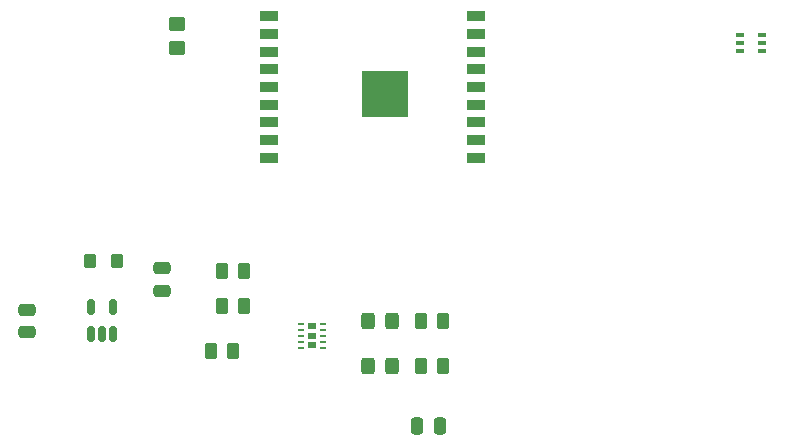
<source format=gtp>
G04 #@! TF.GenerationSoftware,KiCad,Pcbnew,7.0.10*
G04 #@! TF.CreationDate,2024-04-08T00:43:02-04:00*
G04 #@! TF.ProjectId,JokerIteration1,4a6f6b65-7249-4746-9572-6174696f6e31,rev?*
G04 #@! TF.SameCoordinates,Original*
G04 #@! TF.FileFunction,Paste,Top*
G04 #@! TF.FilePolarity,Positive*
%FSLAX46Y46*%
G04 Gerber Fmt 4.6, Leading zero omitted, Abs format (unit mm)*
G04 Created by KiCad (PCBNEW 7.0.10) date 2024-04-08 00:43:02*
%MOMM*%
%LPD*%
G01*
G04 APERTURE LIST*
G04 Aperture macros list*
%AMRoundRect*
0 Rectangle with rounded corners*
0 $1 Rounding radius*
0 $2 $3 $4 $5 $6 $7 $8 $9 X,Y pos of 4 corners*
0 Add a 4 corners polygon primitive as box body*
4,1,4,$2,$3,$4,$5,$6,$7,$8,$9,$2,$3,0*
0 Add four circle primitives for the rounded corners*
1,1,$1+$1,$2,$3*
1,1,$1+$1,$4,$5*
1,1,$1+$1,$6,$7*
1,1,$1+$1,$8,$9*
0 Add four rect primitives between the rounded corners*
20,1,$1+$1,$2,$3,$4,$5,0*
20,1,$1+$1,$4,$5,$6,$7,0*
20,1,$1+$1,$6,$7,$8,$9,0*
20,1,$1+$1,$8,$9,$2,$3,0*%
G04 Aperture macros list end*
%ADD10RoundRect,0.250000X0.250000X0.475000X-0.250000X0.475000X-0.250000X-0.475000X0.250000X-0.475000X0*%
%ADD11RoundRect,0.250000X-0.262500X-0.450000X0.262500X-0.450000X0.262500X0.450000X-0.262500X0.450000X0*%
%ADD12R,0.650000X0.610000*%
%ADD13R,0.500000X0.250000*%
%ADD14R,0.650000X0.400000*%
%ADD15RoundRect,0.250000X-0.325000X-0.450000X0.325000X-0.450000X0.325000X0.450000X-0.325000X0.450000X0*%
%ADD16RoundRect,0.250000X-0.475000X0.250000X-0.475000X-0.250000X0.475000X-0.250000X0.475000X0.250000X0*%
%ADD17RoundRect,0.250000X-0.450000X0.350000X-0.450000X-0.350000X0.450000X-0.350000X0.450000X0.350000X0*%
%ADD18RoundRect,0.150000X0.150000X-0.512500X0.150000X0.512500X-0.150000X0.512500X-0.150000X-0.512500X0*%
%ADD19R,1.500000X0.900000*%
%ADD20R,4.000000X4.000000*%
%ADD21RoundRect,0.250000X-0.275000X-0.350000X0.275000X-0.350000X0.275000X0.350000X-0.275000X0.350000X0*%
G04 APERTURE END LIST*
D10*
X121280000Y-121920000D03*
X119380000Y-121920000D03*
D11*
X102870000Y-111760000D03*
X104695000Y-111760000D03*
D12*
X110490000Y-113500000D03*
X110490000Y-114300000D03*
X110490000Y-115100000D03*
D13*
X109540000Y-113300000D03*
X109540000Y-113800000D03*
X109540000Y-114300000D03*
X109540000Y-114800000D03*
X109540000Y-115300000D03*
X111440000Y-115300000D03*
X111440000Y-114800000D03*
X111440000Y-114300000D03*
X111440000Y-113800000D03*
X111440000Y-113300000D03*
D14*
X148590000Y-90170000D03*
X148590000Y-89520000D03*
X148590000Y-88870000D03*
X146690000Y-88870000D03*
X146690000Y-89520000D03*
X146690000Y-90170000D03*
D15*
X115212500Y-116840000D03*
X117262500Y-116840000D03*
D11*
X119737500Y-116840000D03*
X121562500Y-116840000D03*
D16*
X97790000Y-108590000D03*
X97790000Y-110490000D03*
D17*
X99060000Y-87900000D03*
X99060000Y-89900000D03*
D11*
X101957500Y-115570000D03*
X103782500Y-115570000D03*
X102870000Y-108810000D03*
X104695000Y-108810000D03*
D18*
X91760000Y-114167500D03*
X92710000Y-114167500D03*
X93660000Y-114167500D03*
X93660000Y-111892500D03*
X91760000Y-111892500D03*
D11*
X119737500Y-113030000D03*
X121562500Y-113030000D03*
D19*
X106820000Y-87230000D03*
X106820000Y-88730000D03*
X106820000Y-90230000D03*
X106820000Y-91730000D03*
X106820000Y-93230000D03*
X106820000Y-94730000D03*
X106820000Y-96230000D03*
X106820000Y-97730000D03*
X106820000Y-99230000D03*
X124320000Y-99230000D03*
X124320000Y-97730000D03*
X124320000Y-96230000D03*
X124320000Y-94730000D03*
X124320000Y-93230000D03*
X124320000Y-91730000D03*
X124320000Y-90230000D03*
X124320000Y-88730000D03*
X124320000Y-87230000D03*
D20*
X116670000Y-93840000D03*
D21*
X91680000Y-107950000D03*
X93980000Y-107950000D03*
D16*
X86360000Y-112080000D03*
X86360000Y-113980000D03*
D15*
X115212500Y-113030000D03*
X117262500Y-113030000D03*
M02*

</source>
